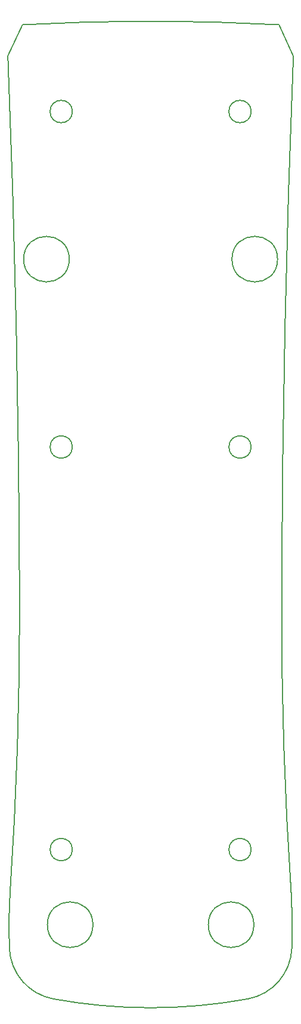
<source format=gbr>
%TF.GenerationSoftware,Altium Limited,Altium Designer,22.0.2 (36)*%
G04 Layer_Color=16711935*
%FSLAX45Y45*%
%MOMM*%
%TF.SameCoordinates,4516B017-0455-433D-A7DA-D7F2A7B68D13*%
%TF.FilePolarity,Positive*%
%TF.FileFunction,Keep-out,Top*%
%TF.Part,Single*%
G01*
G75*
%TA.AperFunction,NonConductor*%
%ADD42C,0.20000*%
D42*
X3888714Y-7694640D02*
G03*
X4024172Y-11874438I59012390J-179635D01*
G01*
X30872D02*
G03*
X166330Y-7694640I-58876935J4000162D01*
G01*
X30872Y-11874438D02*
G03*
X21562Y-12667462I7056247J-479409D01*
G01*
X1208391Y-12330355D02*
G03*
X1208391Y-12330355I-323869J0D01*
G01*
X3494391D02*
G03*
X3494391Y-12330355I-323869J0D01*
G01*
X3456272Y-11263572D02*
G03*
X3456272Y-11263572I-158750J0D01*
G01*
X3409154Y-13383682D02*
G03*
X4033482Y-12667462I-137444J750033D01*
G01*
X4033482Y-12667462D02*
G03*
X4024172Y-11874438I-7065557J313615D01*
G01*
X645890Y-13383682D02*
G03*
X3409154Y-13383682I1381632J7539590D01*
G01*
X21562Y-12667462D02*
G03*
X645890Y-13383682I761772J33812D01*
G01*
X916272Y-11263572D02*
G03*
X916272Y-11263572I-158750J0D01*
G01*
X4055044Y-1D02*
G03*
X3888714Y-7694641I207084424J-8325517D01*
G01*
X3456272Y-786072D02*
G03*
X3456272Y-786072I-158750J0D01*
G01*
Y-5548572D02*
G03*
X3456272Y-5548572I-158750J0D01*
G01*
X871841Y-2881555D02*
G03*
X871841Y-2881555I-323869J0D01*
G01*
X3830941D02*
G03*
X3830941Y-2881555I-323869J0D01*
G01*
X916272Y-786072D02*
G03*
X916272Y-786072I-158750J0D01*
G01*
X3846939Y446282D02*
G03*
X208105Y446282I-1819417J-32888672D01*
G01*
X916272Y-5548572D02*
G03*
X916272Y-5548572I-158750J0D01*
G01*
X166330Y-7694641D02*
G03*
X0Y-1I-207250757J-630877D01*
G01*
X3846939Y446282D02*
X4055044Y-0D01*
X0D02*
X208105Y446282D01*
%TF.MD5,ca0b64dfd34c9584d3c09a0bcb563974*%
M02*

</source>
